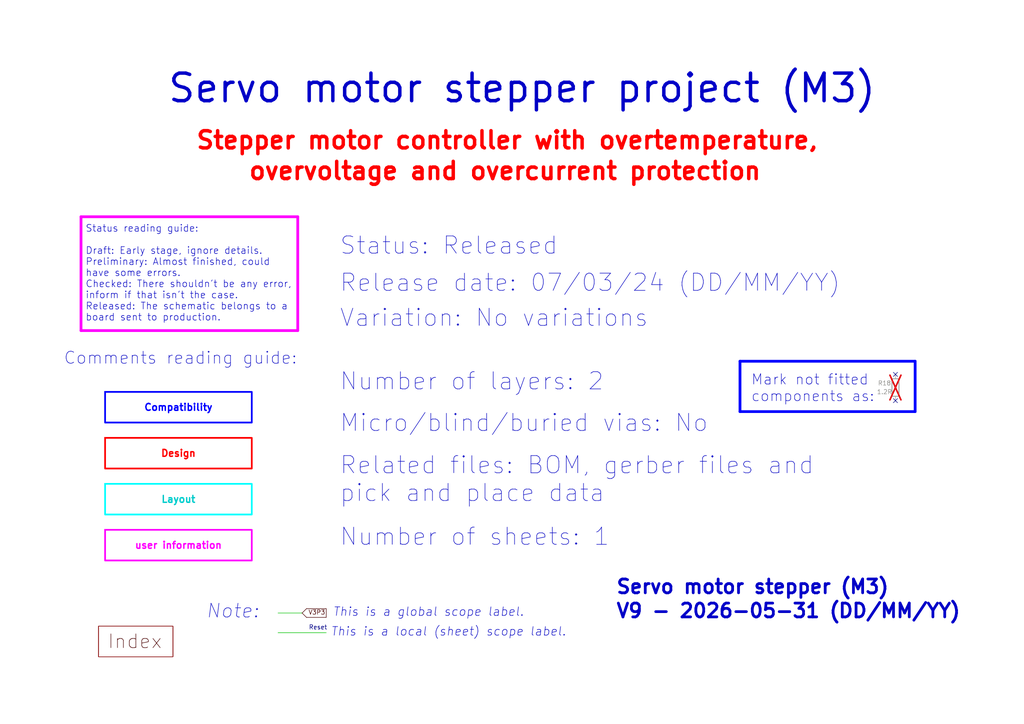
<source format=kicad_sch>
(kicad_sch (version 20231120) (generator "eeschema") (generator_version "8.0")
  (paper "A4")
  (title_block (title "Servo motor stepper - M3  project") (date "2024-07-22") (rev "V9"))
  (lib_symbols
    (symbol "Device:R" (pin_numbers hide) (pin_names (offset 0))
      (property "Reference" "R" (at 2.032 0 90))
      (property "Value" "R" (at 0 0 90))
      (symbol "R_0_1"
        (rectangle (start -1.016 -2.54) (end 1.016 2.54) (stroke (width 0.254)))
      )
      (symbol "R_1_1"
        (pin passive line (at 0 3.81 270) (length 1.27) (name "~") (number "1"))
        (pin passive line (at 0 -3.81 90) (length 1.27) (name "~") (number "2"))
      )
    )
  )
  (no_connect (at 259.715 108.585))
  (no_connect (at 259.715 116.205))
  (polyline (pts (xy 88.9 176.53) (xy 94.615 176.53)) (stroke (width 0) (color 72 0 0 1)))
  (polyline (pts (xy 214.63 104.775) (xy 265.43 104.775)) (stroke (width 0.8) (type solid) (color 0 0 255 1)))
  (polyline (pts (xy 23.495 95.885) (xy 23.495 62.865)) (stroke (width 0.8) (color 255 0 255 1)))
  (polyline (pts (xy 80.645 177.8) (xy 87.63 177.8)) (stroke (width 0) (color 0 194 0 1)))
  (polyline (pts (xy 87.63 177.8) (xy 88.9 179.07)) (stroke (width 0) (color 72 0 0 1)))
  (polyline (pts (xy 86.36 95.885) (xy 23.495 95.885)) (stroke (width 0.8) (color 255 0 255 1)))
  (polyline (pts (xy 265.43 119.38) (xy 214.63 119.38)) (stroke (width 0.8) (type solid) (color 0 0 255 1)))
  (polyline (pts (xy 265.43 104.775) (xy 265.43 119.38)) (stroke (width 0.8) (type solid) (color 0 0 255 1)))
  (polyline (pts (xy 88.9 179.07) (xy 94.615 179.07)) (stroke (width 0) (color 72 0 0 1)))
  (polyline (pts (xy 23.495 62.865) (xy 86.36 62.865)) (stroke (width 0.8) (color 255 0 255 1)))
  (polyline (pts (xy 80.645 183.515) (xy 94.615 183.515)) (stroke (width 0) (color 0 194 0 1)))
  (polyline (pts (xy 86.36 62.865) (xy 86.36 95.885)) (stroke (width 0.8) (color 255 0 255 1)))
  (polyline (pts (xy 94.615 176.53) (xy 94.615 179.07)) (stroke (width 0) (color 72 0 0 1)))
  (polyline (pts (xy 214.63 119.38) (xy 214.63 104.775)) (stroke (width 0.8) (type solid) (color 0 0 255 1)))
  (polyline (pts (xy 87.63 177.8) (xy 88.9 176.53)) (stroke (width 0) (color 72 0 0 1)))
  (text_box "Design" (at 30.48 127 0) (size 42.545 8.89) (stroke (width 0.5) (color 255 0 0 1)) (effects (font (size 2 2) (thickness 0.4) (bold yes))))
  (text_box "user information" (at 30.48 153.67 0) (size 42.545 8.89) (stroke (width 0.5) (color 255 0 255 1)) (effects (font (size 2 2) (thickness 0.4) (bold yes))))
  (text_box "Compatibility" (at 30.48 113.665 0) (size 42.545 8.89) (stroke (width 0.5) (color 0 0 255 1)) (effects (font (size 2 2) (thickness 0.4) (bold yes))))
  (text_box "Layout" (at 30.48 140.335 0) (size 42.545 8.89) (stroke (width 0.5) (color 0 255 255 1)) (effects (font (size 2 2) (thickness 0.4) (bold yes))))
  (text "Variation: No variations" (at 98.425 95.25 0) (effects (font (size 5 5)) (justify left bottom)))
  (text "${REVISION} - ${CURRENT_DATE} (DD/MM/YY)" (at 178.435 179.705 0) (effects (font (size 4 4) (thickness 0.8) (bold yes)) (justify left bottom)))
  (text "Status reading guide:\n\nDraft: Early stage, ignore details.\nPreliminary: Almost finished, could\nhave some errors.\nChecked: There shouldn't be any error,\ninform if that isn't the case.\nReleased: The schematic belongs to a \nboard sent to production." (at 24.765 93.345 0) (effects (font (size 2 2)) (justify left bottom)))
  (text "Servo motor stepper project (M3)" (at 48.26 30.48 0) (effects (font (size 8 8) (thickness 1) (bold yes)) (justify left bottom)))
  (text "This is a global scope label." (at 96.52 179.07 0) (effects (font (size 2.5 2.5) (italic yes)) (justify left bottom)))
  (text "Micro/blind/buried vias: No" (at 98.425 125.73 0) (effects (font (size 5 5)) (justify left bottom)))
  (text "Status: Released" (at 98.425 74.295 0) (effects (font (size 5 5)) (justify left bottom)))
  (text "Comments reading guide:" (at 18.415 106.045 0) (effects (font (size 3.5 3.5)) (justify left bottom)))
  (text "overvoltage and overcurrent protection" (at 71.755 52.705 0) (effects (font (size 5 5) (thickness 1) (bold yes)) (justify left bottom)))
  (text "Reset" (at 89.535 182.88 0) (effects (font (size 1.27 1.27)) (justify left bottom)))
  (text "Note:" (at 59.69 179.705 0) (effects (font (size 4 4) (italic yes)) (justify left bottom)))
  (text "Stepper motor controller with overtemperature," (at 56.515 43.815 0) (effects (font (size 5 5) (thickness 1) (bold yes)) (justify left bottom)))
  (text "Related files: BOM, gerber files and\npick and place data" (at 98.425 146.05 0) (effects (font (size 5 5)) (justify left bottom)))
  (text "Number of sheets: 1" (at 98.425 158.75 0) (effects (font (size 5 5)) (justify left bottom)))
  (text "This is a local (sheet) scope label." (at 95.885 184.785 0) (effects (font (size 2.5 2.5) (italic yes)) (justify left bottom)))
  (text "Index" (at 31.115 188.595 0) (effects (font (size 4 4)) (justify left bottom)))
  (text "Mark not fitted\ncomponents as:" (at 217.805 116.84 0) (effects (font (size 3 3)) (justify left bottom)))
  (text "Number of layers: 2" (at 98.425 113.665 0) (effects (font (size 5 5)) (justify left bottom)))
  (text "Release date: 07/03/24 (DD/MM/YY)" (at 98.425 85.09 0) (effects (font (size 5 5)) (justify left bottom)))
  (text "V3P3" (at 89.408 178.562 0) (effects (font (size 1.27 1.27)) (justify left bottom)))
  (text "Servo motor stepper (M3)" (at 178.435 172.72 0) (effects (font (size 4 4) (thickness 0.8) (bold yes)) (justify left bottom)))
  (symbol (lib_id "Device:R") (at 259.715 112.395 0) (unit 1) (exclude_from_sim yes) (in_bom no) (on_board no) (dnp yes)
    (property "Reference" "R18" (at 256.54 111.125 0))
    (property "Value" "1.2R" (at 256.54 113.665 0))
    (property "Footprint" "Resistor_SMD:R_0402_1005Metric" (effects (hide yes)))
  )
  (sheet (at 28.575 181.61) (size 21.59 8.89) (stroke (width 0.1524))
    (property "Sheetname" "index" (effects (hide yes)))
    (property "Sheetfile" "index.kicad_sch" (effects (hide yes)))
  )
)
</source>
